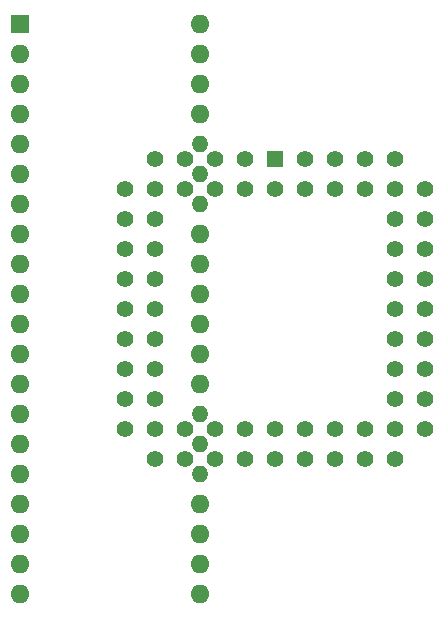
<source format=gts>
G04 #@! TF.GenerationSoftware,KiCad,Pcbnew,(6.0.0)*
G04 #@! TF.CreationDate,2023-01-29T20:41:16-05:00*
G04 #@! TF.ProjectId,tms7000 plcc 68 adapter,746d7337-3030-4302-9070-6c6363203638,rev?*
G04 #@! TF.SameCoordinates,Original*
G04 #@! TF.FileFunction,Soldermask,Top*
G04 #@! TF.FilePolarity,Negative*
%FSLAX46Y46*%
G04 Gerber Fmt 4.6, Leading zero omitted, Abs format (unit mm)*
G04 Created by KiCad (PCBNEW (6.0.0)) date 2023-01-29 20:41:16*
%MOMM*%
%LPD*%
G01*
G04 APERTURE LIST*
%ADD10R,1.600000X1.600000*%
%ADD11O,1.600000X1.600000*%
%ADD12O,1.400000X1.400000*%
%ADD13R,1.422400X1.422400*%
%ADD14C,1.422400*%
G04 APERTURE END LIST*
D10*
X120116000Y-48531500D03*
D11*
X120116000Y-51071500D03*
X120116000Y-53611500D03*
X120116000Y-56151500D03*
X120116000Y-58691500D03*
X120116000Y-61231500D03*
X120116000Y-63771500D03*
X120116000Y-66311500D03*
X120116000Y-68851500D03*
X120116000Y-71391500D03*
X120116000Y-73931500D03*
X120116000Y-76471500D03*
X120116000Y-79011500D03*
X120116000Y-81551500D03*
X120116000Y-84091500D03*
X120116000Y-86631500D03*
X120116000Y-89171500D03*
X120116000Y-91711500D03*
X120116000Y-94251500D03*
X120116000Y-96791500D03*
X135356000Y-96791500D03*
X135356000Y-94251500D03*
X135356000Y-91711500D03*
X135356000Y-89171500D03*
D12*
X135356000Y-86631500D03*
X135356000Y-84091500D03*
X135356000Y-81551500D03*
D11*
X135356000Y-79011500D03*
X135356000Y-76471500D03*
X135356000Y-73931500D03*
X135356000Y-71391500D03*
X135356000Y-68851500D03*
X135356000Y-66311500D03*
D12*
X135356000Y-63771500D03*
X135356000Y-61231500D03*
X135356000Y-58691500D03*
D11*
X135356000Y-56151500D03*
X135356000Y-53611500D03*
X135356000Y-51071500D03*
X135356000Y-48531500D03*
D13*
X141732000Y-59944000D03*
D14*
X141732000Y-62484000D03*
X139192000Y-59944000D03*
X139192000Y-62484000D03*
X136652000Y-59944000D03*
X136652000Y-62484000D03*
X134112000Y-59944000D03*
X134112000Y-62484000D03*
X131572000Y-59944000D03*
X129032000Y-62484000D03*
X131572000Y-62484000D03*
X129032000Y-65024000D03*
X131572000Y-65024000D03*
X129032000Y-67564000D03*
X131572000Y-67564000D03*
X129032000Y-70104000D03*
X131572000Y-70104000D03*
X129032000Y-72644000D03*
X131572000Y-72644000D03*
X129032000Y-75184000D03*
X131572000Y-75184000D03*
X129032000Y-77724000D03*
X131572000Y-77724000D03*
X129032000Y-80264000D03*
X131572000Y-80264000D03*
X129032000Y-82804000D03*
X131572000Y-85344000D03*
X131572000Y-82804000D03*
X134112000Y-85344000D03*
X134112000Y-82804000D03*
X136652000Y-85344000D03*
X136652000Y-82804000D03*
X139192000Y-85344000D03*
X139192000Y-82804000D03*
X141732000Y-85344000D03*
X141732000Y-82804000D03*
X144272000Y-85344000D03*
X144272000Y-82804000D03*
X146812000Y-85344000D03*
X146812000Y-82804000D03*
X149352000Y-85344000D03*
X149352000Y-82804000D03*
X151892000Y-85344000D03*
X154432000Y-82804000D03*
X151892000Y-82804000D03*
X154432000Y-80264000D03*
X151892000Y-80264000D03*
X154432000Y-77724000D03*
X151892000Y-77724000D03*
X154432000Y-75184000D03*
X151892000Y-75184000D03*
X154432000Y-72644000D03*
X151892000Y-72644000D03*
X154432000Y-70104000D03*
X151892000Y-70104000D03*
X154432000Y-67564000D03*
X151892000Y-67564000D03*
X154432000Y-65024000D03*
X151892000Y-65024000D03*
X154432000Y-62484000D03*
X151892000Y-59944000D03*
X151892000Y-62484000D03*
X149352000Y-59944000D03*
X149352000Y-62484000D03*
X146812000Y-59944000D03*
X146812000Y-62484000D03*
X144272000Y-59944000D03*
X144272000Y-62484000D03*
M02*

</source>
